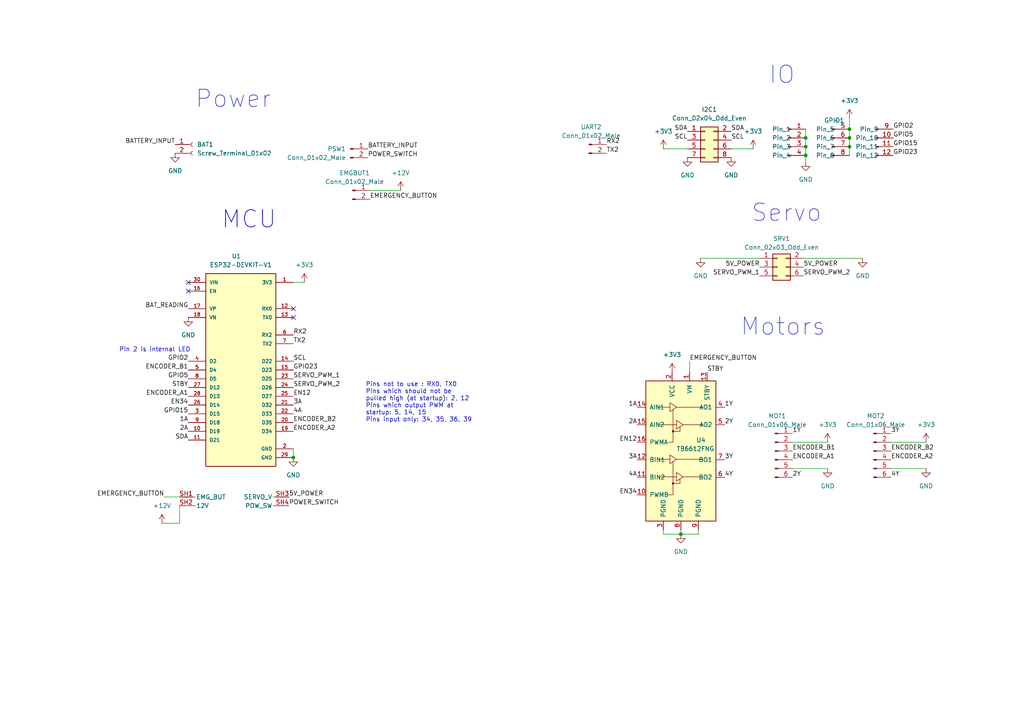
<source format=kicad_sch>
(kicad_sch (version 20230121) (generator eeschema)
  (paper "A4")
  (title_block (comment 1 "First version of stepper PAMI board (2023-10)"))
  (lib_symbols
    (symbol "Connector:Conn_01x02_Female" (pin_names (offset 1.016) hide)
      (property "Reference" "J" (at 0 2.54 0))
      (property "Value" "Conn_01x02_Female" (at 0 -5.08 0))
      (symbol "Conn_01x02_Female_1_1"
        (arc (start 0 -2.032) (mid -0.5058 -2.54) (end 0 -3.048) (stroke (width 0.1524)))
        (polyline (pts (xy -1.27 -2.54) (xy -0.508 -2.54)) (stroke (width 0.1524)))
        (polyline (pts (xy -1.27 0) (xy -0.508 0)) (stroke (width 0.1524)))
        (arc (start 0 0.508) (mid -0.5058 0) (end 0 -0.508) (stroke (width 0.1524)))
        (pin passive line (at -5.08 0 0) (length 3.81) (name "Pin_1") (number "1"))
        (pin passive line (at -5.08 -2.54 0) (length 3.81) (name "Pin_2") (number "2"))
      )
    )
    (symbol "Connector:Conn_01x02_Male" (pin_names (offset 1.016) hide)
      (property "Reference" "J" (at 0 2.54 0))
      (property "Value" "Conn_01x02_Male" (at 0 -5.08 0))
      (symbol "Conn_01x02_Male_1_1"
        (polyline (pts (xy 1.27 -2.54) (xy 0.8636 -2.54)) (stroke (width 0.1524)))
        (polyline (pts (xy 1.27 0) (xy 0.8636 0)) (stroke (width 0.1524)))
        (rectangle (start 0.8636 -2.413) (end 0 -2.667) (stroke (width 0.1524)) (fill (type outline)))
        (rectangle (start 0.8636 0.127) (end 0 -0.127) (stroke (width 0.1524)) (fill (type outline)))
        (pin passive line (at 5.08 0 180) (length 3.81) (name "Pin_1") (number "1"))
        (pin passive line (at 5.08 -2.54 180) (length 3.81) (name "Pin_2") (number "2"))
      )
    )
    (symbol "Connector:Conn_01x06_Male" (pin_names (offset 1.016) hide)
      (property "Reference" "J" (at 0 7.62 0))
      (property "Value" "Conn_01x06_Male" (at 0 -10.16 0))
      (symbol "Conn_01x06_Male_1_1"
        (polyline (pts (xy 1.27 -7.62) (xy 0.8636 -7.62)) (stroke (width 0.1524)))
        (polyline (pts (xy 1.27 -5.08) (xy 0.8636 -5.08)) (stroke (width 0.1524)))
        (polyline (pts (xy 1.27 -2.54) (xy 0.8636 -2.54)) (stroke (width 0.1524)))
        (polyline (pts (xy 1.27 0) (xy 0.8636 0)) (stroke (width 0.1524)))
        (polyline (pts (xy 1.27 2.54) (xy 0.8636 2.54)) (stroke (width 0.1524)))
        (polyline (pts (xy 1.27 5.08) (xy 0.8636 5.08)) (stroke (width 0.1524)))
        (rectangle (start 0.8636 -7.493) (end 0 -7.747) (stroke (width 0.1524)) (fill (type outline)))
        (rectangle (start 0.8636 -4.953) (end 0 -5.207) (stroke (width 0.1524)) (fill (type outline)))
        (rectangle (start 0.8636 -2.413) (end 0 -2.667) (stroke (width 0.1524)) (fill (type outline)))
        (rectangle (start 0.8636 0.127) (end 0 -0.127) (stroke (width 0.1524)) (fill (type outline)))
        (rectangle (start 0.8636 2.667) (end 0 2.413) (stroke (width 0.1524)) (fill (type outline)))
        (rectangle (start 0.8636 5.207) (end 0 4.953) (stroke (width 0.1524)) (fill (type outline)))
        (pin passive line (at 5.08 5.08 180) (length 3.81) (name "Pin_1") (number "1"))
        (pin passive line (at 5.08 2.54 180) (length 3.81) (name "Pin_2") (number "2"))
        (pin passive line (at 5.08 0 180) (length 3.81) (name "Pin_3") (number "3"))
        (pin passive line (at 5.08 -2.54 180) (length 3.81) (name "Pin_4") (number "4"))
        (pin passive line (at 5.08 -5.08 180) (length 3.81) (name "Pin_5") (number "5"))
        (pin passive line (at 5.08 -7.62 180) (length 3.81) (name "Pin_6") (number "6"))
      )
    )
    (symbol "Connector_Generic:Conn_02x03_Odd_Even" (pin_names (offset 1.016) hide)
      (property "Reference" "J" (at 1.27 5.08 0))
      (property "Value" "Conn_02x03_Odd_Even" (at 1.27 -5.08 0))
      (symbol "Conn_02x03_Odd_Even_1_1"
        (rectangle (start -1.27 -2.413) (end 0 -2.667) (stroke (width 0.1524)))
        (rectangle (start -1.27 0.127) (end 0 -0.127) (stroke (width 0.1524)))
        (rectangle (start -1.27 2.667) (end 0 2.413) (stroke (width 0.1524)))
        (rectangle (start -1.27 3.81) (end 3.81 -3.81) (stroke (width 0.254)) (fill (type background)))
        (rectangle (start 3.81 -2.413) (end 2.54 -2.667) (stroke (width 0.1524)))
        (rectangle (start 3.81 0.127) (end 2.54 -0.127) (stroke (width 0.1524)))
        (rectangle (start 3.81 2.667) (end 2.54 2.413) (stroke (width 0.1524)))
        (pin passive line (at -5.08 2.54 0) (length 3.81) (name "Pin_1") (number "1"))
        (pin passive line (at 7.62 2.54 180) (length 3.81) (name "Pin_2") (number "2"))
        (pin passive line (at -5.08 0 0) (length 3.81) (name "Pin_3") (number "3"))
        (pin passive line (at 7.62 0 180) (length 3.81) (name "Pin_4") (number "4"))
        (pin passive line (at -5.08 -2.54 0) (length 3.81) (name "Pin_5") (number "5"))
        (pin passive line (at 7.62 -2.54 180) (length 3.81) (name "Pin_6") (number "6"))
      )
    )
    (symbol "Connector_Generic:Conn_02x04_Odd_Even" (pin_names (offset 1.016) hide)
      (property "Reference" "J" (at 1.27 5.08 0))
      (property "Value" "Conn_02x04_Odd_Even" (at 1.27 -7.62 0))
      (symbol "Conn_02x04_Odd_Even_1_1"
        (rectangle (start -1.27 -4.953) (end 0 -5.207) (stroke (width 0.1524)))
        (rectangle (start -1.27 -2.413) (end 0 -2.667) (stroke (width 0.1524)))
        (rectangle (start -1.27 0.127) (end 0 -0.127) (stroke (width 0.1524)))
        (rectangle (start -1.27 2.667) (end 0 2.413) (stroke (width 0.1524)))
        (rectangle (start -1.27 3.81) (end 3.81 -6.35) (stroke (width 0.254)) (fill (type background)))
        (rectangle (start 3.81 -4.953) (end 2.54 -5.207) (stroke (width 0.1524)))
        (rectangle (start 3.81 -2.413) (end 2.54 -2.667) (stroke (width 0.1524)))
        (rectangle (start 3.81 0.127) (end 2.54 -0.127) (stroke (width 0.1524)))
        (rectangle (start 3.81 2.667) (end 2.54 2.413) (stroke (width 0.1524)))
        (pin passive line (at -5.08 2.54 0) (length 3.81) (name "Pin_1") (number "1"))
        (pin passive line (at 7.62 2.54 180) (length 3.81) (name "Pin_2") (number "2"))
        (pin passive line (at -5.08 0 0) (length 3.81) (name "Pin_3") (number "3"))
        (pin passive line (at 7.62 0 180) (length 3.81) (name "Pin_4") (number "4"))
        (pin passive line (at -5.08 -2.54 0) (length 3.81) (name "Pin_5") (number "5"))
        (pin passive line (at 7.62 -2.54 180) (length 3.81) (name "Pin_6") (number "6"))
        (pin passive line (at -5.08 -5.08 0) (length 3.81) (name "Pin_7") (number "7"))
        (pin passive line (at 7.62 -5.08 180) (length 3.81) (name "Pin_8") (number "8"))
      )
    )
    (symbol "MiAM_ESP32:Conn_03x04_Male"
      (property "Reference" "J" (at 0 0 0))
      (symbol "Conn_03x04_Male_1_1"
        (rectangle (start -13.1064 -10.033) (end -13.97 -10.287) (stroke (width 0.1524)) (fill (type outline)))
        (rectangle (start -13.1064 -7.493) (end -13.97 -7.747) (stroke (width 0.1524)) (fill (type outline)))
        (rectangle (start -13.1064 -4.953) (end -13.97 -5.207) (stroke (width 0.1524)) (fill (type outline)))
        (rectangle (start -13.1064 -2.413) (end -13.97 -2.667) (stroke (width 0.1524)) (fill (type outline)))
        (rectangle (start -0.4064 -10.033) (end -1.27 -10.287) (stroke (width 0.1524)) (fill (type outline)))
        (rectangle (start -0.4064 -7.493) (end -1.27 -7.747) (stroke (width 0.1524)) (fill (type outline)))
        (rectangle (start -0.4064 -4.953) (end -1.27 -5.207) (stroke (width 0.1524)) (fill (type outline)))
        (rectangle (start -0.4064 -2.413) (end -1.27 -2.667) (stroke (width 0.1524)) (fill (type outline)))
        (polyline (pts (xy -12.7 -10.16) (xy -13.1064 -10.16)) (stroke (width 0.1524)))
        (polyline (pts (xy -12.7 -7.62) (xy -13.1064 -7.62)) (stroke (width 0.1524)))
        (polyline (pts (xy -12.7 -5.08) (xy -13.1064 -5.08)) (stroke (width 0.1524)))
        (polyline (pts (xy -12.7 -2.54) (xy -13.1064 -2.54)) (stroke (width 0.1524)))
        (polyline (pts (xy 0 -10.16) (xy -0.4064 -10.16)) (stroke (width 0.1524)))
        (polyline (pts (xy 0 -7.62) (xy -0.4064 -7.62)) (stroke (width 0.1524)))
        (polyline (pts (xy 0 -5.08) (xy -0.4064 -5.08)) (stroke (width 0.1524)))
        (polyline (pts (xy 0 -2.54) (xy -0.4064 -2.54)) (stroke (width 0.1524)))
        (polyline (pts (xy 12.7 -10.16) (xy 12.2936 -10.16)) (stroke (width 0.1524)))
        (polyline (pts (xy 12.7 -7.62) (xy 12.2936 -7.62)) (stroke (width 0.1524)))
        (polyline (pts (xy 12.7 -5.08) (xy 12.2936 -5.08)) (stroke (width 0.1524)))
        (polyline (pts (xy 12.7 -2.54) (xy 12.2936 -2.54)) (stroke (width 0.1524)))
        (rectangle (start 12.2936 -10.033) (end 11.43 -10.287) (stroke (width 0.1524)) (fill (type outline)))
        (rectangle (start 12.2936 -7.493) (end 11.43 -7.747) (stroke (width 0.1524)) (fill (type outline)))
        (rectangle (start 12.2936 -4.953) (end 11.43 -5.207) (stroke (width 0.1524)) (fill (type outline)))
        (rectangle (start 12.2936 -2.413) (end 11.43 -2.667) (stroke (width 0.1524)) (fill (type outline)))
        (pin passive line (at -8.89 -2.54 180) (length 3.81) (name "Pin_1") (number "1"))
        (pin passive line (at 16.51 -5.08 180) (length 3.81) (name "Pin_10") (number "10"))
        (pin passive line (at 16.51 -7.62 180) (length 3.81) (name "Pin_11") (number "11"))
        (pin passive line (at 16.51 -10.16 180) (length 3.81) (name "Pin_12") (number "12"))
        (pin passive line (at -8.89 -5.08 180) (length 3.81) (name "Pin_2") (number "2"))
        (pin passive line (at -8.89 -7.62 180) (length 3.81) (name "Pin_3") (number "3"))
        (pin passive line (at -8.89 -10.16 180) (length 3.81) (name "Pin_4") (number "4"))
        (pin passive line (at 3.81 -2.54 180) (length 3.81) (name "Pin_5") (number "5"))
        (pin passive line (at 3.81 -5.08 180) (length 3.81) (name "Pin_6") (number "6"))
        (pin passive line (at 3.81 -7.62 180) (length 3.81) (name "Pin_7") (number "7"))
        (pin passive line (at 3.81 -10.16 180) (length 3.81) (name "Pin_8") (number "8"))
        (pin passive line (at 16.51 -2.54 180) (length 3.81) (name "Pin_9") (number "9"))
      )
    )
    (symbol "MiAM_ESP32:ESP32-DEVKIT-V1-ShieldPattern" (pin_names (offset 1.016))
      (property "Reference" "U" (at -10.16 30.48 0))
      (property "Value" "ESP32-DEVKIT-V1" (at -10.16 -30.48 0))
      (symbol "ESP32-DEVKIT-V1-ShieldPattern_0_0"
        (rectangle (start -10.16 -27.94) (end 10.16 27.94) (stroke (width 0.254)) (fill (type background)))
        (pin output line (at 15.24 25.4 180) (length 5.08) (name "3V3") (number "1"))
        (pin bidirectional line (at -15.24 -17.78 0) (length 5.08) (name "D19") (number "10"))
        (pin bidirectional line (at -15.24 -20.32 0) (length 5.08) (name "D21") (number "11"))
        (pin input line (at 15.24 17.78 180) (length 5.08) (name "RX0") (number "12"))
        (pin output line (at 15.24 15.24 180) (length 5.08) (name "TX0") (number "13"))
        (pin bidirectional line (at 15.24 2.54 180) (length 5.08) (name "D22") (number "14"))
        (pin bidirectional line (at 15.24 0 180) (length 5.08) (name "D23") (number "15"))
        (pin input line (at -15.24 22.86 0) (length 5.08) (name "EN") (number "16"))
        (pin bidirectional line (at -15.24 17.78 0) (length 5.08) (name "VP") (number "17"))
        (pin bidirectional line (at -15.24 15.24 0) (length 5.08) (name "VN") (number "18"))
        (pin bidirectional line (at 15.24 -17.78 180) (length 5.08) (name "D34") (number "19"))
        (pin power_in line (at 15.24 -22.86 180) (length 5.08) (name "GND") (number "2"))
        (pin bidirectional line (at 15.24 -15.24 180) (length 5.08) (name "D35") (number "20"))
        (pin bidirectional line (at 15.24 -10.16 180) (length 5.08) (name "D32") (number "21"))
        (pin bidirectional line (at 15.24 -12.7 180) (length 5.08) (name "D33") (number "22"))
        (pin bidirectional line (at 15.24 -2.54 180) (length 5.08) (name "D25") (number "23"))
        (pin bidirectional line (at 15.24 -5.08 180) (length 5.08) (name "D26") (number "24"))
        (pin bidirectional line (at 15.24 -7.62 180) (length 5.08) (name "D27") (number "25"))
        (pin bidirectional line (at -15.24 -10.16 0) (length 5.08) (name "D14") (number "26"))
        (pin bidirectional line (at -15.24 -5.08 0) (length 5.08) (name "D12") (number "27"))
        (pin bidirectional line (at -15.24 -7.62 0) (length 5.08) (name "D13") (number "28"))
        (pin power_in line (at 15.24 -25.4 180) (length 5.08) (name "GND") (number "29"))
        (pin bidirectional line (at -15.24 -12.7 0) (length 5.08) (name "D15") (number "3"))
        (pin input line (at -15.24 25.4 0) (length 5.08) (name "VIN") (number "30"))
        (pin bidirectional line (at -15.24 2.54 0) (length 5.08) (name "D2") (number "4"))
        (pin bidirectional line (at -15.24 0 0) (length 5.08) (name "D4") (number "5"))
        (pin input line (at 15.24 10.16 180) (length 5.08) (name "RX2") (number "6"))
        (pin output line (at 15.24 7.62 180) (length 5.08) (name "TX2") (number "7"))
        (pin bidirectional line (at -15.24 -2.54 0) (length 5.08) (name "D5") (number "8"))
        (pin bidirectional line (at -15.24 -15.24 0) (length 5.08) (name "D18") (number "9"))
      )
      (symbol "ESP32-DEVKIT-V1-ShieldPattern_1_1"
        (polyline (pts (xy -13.97 -39.37) (xy -13.208 -39.37)) (stroke (width 0.1524)))
        (polyline (pts (xy -13.97 -36.83) (xy -13.208 -36.83)) (stroke (width 0.1524)))
        (polyline (pts (xy 10.16 -39.37) (xy 9.398 -39.37)) (stroke (width 0.1524)))
        (polyline (pts (xy 10.16 -36.83) (xy 9.398 -36.83)) (stroke (width 0.1524)))
        (pin passive line (at -17.78 -36.83 0) (length 3.81) (name "EMG_BUT") (number "SH1"))
        (pin passive line (at -17.78 -39.37 0) (length 3.81) (name "12V") (number "SH2"))
        (pin passive line (at 13.97 -36.83 180) (length 3.81) (name "SERVO_V") (number "SH3"))
        (pin passive line (at 13.97 -39.37 180) (length 3.81) (name "POW_SW") (number "SH4"))
      )
    )
    (symbol "MiAM_ESP32:TB6612FNG" (pin_names (offset 1.016))
      (property "Reference" "U" (at -5.08 26.035 0))
      (property "Value" "TB6612FNG" (at -5.08 24.13 0))
      (symbol "TB6612FNG_0_1"
        (rectangle (start -10.16 22.86) (end 10.16 -17.78) (stroke (width 0.254)) (fill (type background)))
        (circle (center -2.286 -6.858) (radius 0.254) (fill (type outline)))
        (circle (center -2.286 8.255) (radius 0.254) (fill (type outline)))
        (polyline (pts (xy -6.35 -4.953) (xy -1.27 -4.953)))
        (polyline (pts (xy -6.35 0.127) (xy -3.175 0.127)))
        (polyline (pts (xy -6.35 10.16) (xy -1.27 10.16)))
        (polyline (pts (xy -6.35 15.24) (xy -3.175 15.24)))
        (polyline (pts (xy -1.27 0.127) (xy 6.35 0.127)))
        (polyline (pts (xy -1.27 15.24) (xy 6.35 15.24)))
        (polyline (pts (xy 0.635 -4.953) (xy 6.35 -4.953)))
        (polyline (pts (xy 0.635 10.16) (xy 6.35 10.16)))
        (polyline (pts (xy -2.286 -6.858) (xy -0.254 -6.858) (xy -0.254 -5.588)))
        (polyline (pts (xy -2.286 -0.635) (xy -2.286 -10.16) (xy -3.556 -10.16)))
        (polyline (pts (xy -2.286 8.255) (xy -0.254 8.255) (xy -0.254 9.525)))
        (polyline (pts (xy -2.286 14.478) (xy -2.286 5.08) (xy -3.556 5.08)))
        (polyline (pts (xy -3.175 1.397) (xy -3.175 -1.143) (xy -1.27 0.127) (xy -3.175 1.397)))
        (polyline (pts (xy -3.175 16.51) (xy -3.175 13.97) (xy -1.27 15.24) (xy -3.175 16.51)))
        (polyline (pts (xy -1.27 -3.683) (xy -1.27 -6.223) (xy 0.635 -4.953) (xy -1.27 -3.683)))
        (polyline (pts (xy -1.27 11.43) (xy -1.27 8.89) (xy 0.635 10.16) (xy -1.27 11.43)))
      )
      (symbol "TB6612FNG_1_1"
        (pin power_in line (at 2.54 25.4 270) (length 2.54) (name "VM") (number "1"))
        (pin input line (at -12.7 -10.16 0) (length 2.54) (name "PWMB") (number "10"))
        (pin input line (at -12.7 -5.08 0) (length 2.54) (name "BIN2") (number "11"))
        (pin input line (at -12.7 0 0) (length 2.54) (name "BIN1") (number "12"))
        (pin input line (at 7.62 25.4 270) (length 2.54) (name "STBY") (number "13"))
        (pin input line (at -12.7 15.24 0) (length 2.54) (name "AIN1") (number "14"))
        (pin input line (at -12.7 10.16 0) (length 2.54) (name "AIN2") (number "15"))
        (pin input line (at -12.7 5.08 0) (length 2.54) (name "PWMA") (number "16"))
        (pin power_in line (at -2.54 25.4 270) (length 2.54) (name "VCC") (number "2"))
        (pin power_in line (at -5.08 -20.32 90) (length 2.54) (name "PGND") (number "3"))
        (pin output line (at 12.7 15.24 180) (length 2.54) (name "AO1") (number "4"))
        (pin output line (at 12.7 10.16 180) (length 2.54) (name "AO2") (number "5"))
        (pin output line (at 12.7 -5.08 180) (length 2.54) (name "BO2") (number "6"))
        (pin output line (at 12.7 0 180) (length 2.54) (name "BO1") (number "7"))
        (pin power_in line (at 0 -20.32 90) (length 2.54) (name "PGND") (number "8"))
        (pin power_in line (at 5.08 -20.32 90) (length 2.54) (name "PGND") (number "9"))
      )
    )
    (symbol "power:+12V" (power) (pin_names (offset 0))
      (property "Value" "+12V" (at 0 3.556 0))
      (symbol "+12V_0_1"
        (polyline (pts (xy -0.762 1.27) (xy 0 2.54)))
        (polyline (pts (xy 0 0) (xy 0 2.54)))
        (polyline (pts (xy 0 2.54) (xy 0.762 1.27)))
      )
      (symbol "+12V_1_1"
        (pin power_in line (at 0 0 90) (length 0) hide (name "+12V") (number "1"))
      )
    )
    (symbol "power:+3V3" (power) (pin_names (offset 0))
      (property "Value" "+3V3" (at 0 3.556 0))
      (symbol "+3V3_0_1"
        (polyline (pts (xy -0.762 1.27) (xy 0 2.54)))
        (polyline (pts (xy 0 0) (xy 0 2.54)))
        (polyline (pts (xy 0 2.54) (xy 0.762 1.27)))
      )
      (symbol "+3V3_1_1"
        (pin power_in line (at 0 0 90) (length 0) hide (name "+3V3") (number "1"))
      )
    )
    (symbol "power:GND" (power) (pin_names (offset 0))
      (property "Value" "GND" (at 0 -3.81 0))
      (symbol "GND_0_1"
        (polyline (pts (xy 0 0) (xy 0 -1.27) (xy 1.27 -1.27) (xy 0 -2.54) (xy -1.27 -1.27) (xy 0 -1.27)))
      )
      (symbol "GND_1_1"
        (pin power_in line (at 0 0 270) (length 0) hide (name "GND") (number "1"))
      )
    )
  )
  (junction (at 246.38 40.005))
  (junction (at 233.68 40.005))
  (junction (at 233.68 45.085))
  (junction (at 246.38 42.545))
  (junction (at 246.38 37.465))
  (junction (at 85.09 132.715))
  (junction (at 233.68 42.545))
  (junction (at 197.485 154.94))
  (no_connect (at 85.09 92.075))
  (no_connect (at 54.61 84.455))
  (no_connect (at 85.09 89.535))
  (no_connect (at 54.61 81.915))
  (wire (pts (xy 197.485 153.67) (xy 197.485 154.94)))
  (wire (pts (xy 52.07 146.685) (xy 52.07 151.765)))
  (wire (pts (xy 246.38 40.005) (xy 246.38 42.545)))
  (wire (pts (xy 47.625 144.145) (xy 52.07 144.145)))
  (wire (pts (xy 212.09 43.18) (xy 218.44 43.18)))
  (wire (pts (xy 192.405 43.18) (xy 199.39 43.18)))
  (wire (pts (xy 246.38 37.465) (xy 246.38 40.005)))
  (wire (pts (xy 258.445 128.27) (xy 268.605 128.27)))
  (wire (pts (xy 229.87 135.89) (xy 240.03 135.89)))
  (wire (pts (xy 52.07 151.765) (xy 46.99 151.765)))
  (wire (pts (xy 202.565 154.94) (xy 202.565 153.67)))
  (wire (pts (xy 203.2 74.93) (xy 220.345 74.93)))
  (wire (pts (xy 233.68 40.005) (xy 233.68 42.545)))
  (wire (pts (xy 229.87 128.27) (xy 240.03 128.27)))
  (wire (pts (xy 197.485 154.94) (xy 202.565 154.94)))
  (wire (pts (xy 233.68 45.085) (xy 233.68 46.99)))
  (wire (pts (xy 200.025 104.775) (xy 200.025 107.95)))
  (wire (pts (xy 85.09 81.915) (xy 88.265 81.915)))
  (wire (pts (xy 85.09 130.175) (xy 85.09 132.715)))
  (wire (pts (xy 233.68 37.465) (xy 233.68 40.005)))
  (wire (pts (xy 107.315 55.245) (xy 116.205 55.245)))
  (wire (pts (xy 246.38 42.545) (xy 246.38 45.085)))
  (wire (pts (xy 233.045 74.93) (xy 250.19 74.93)))
  (wire (pts (xy 233.68 42.545) (xy 233.68 45.085)))
  (wire (pts (xy 192.405 154.94) (xy 192.405 153.67)))
  (wire (pts (xy 192.405 154.94) (xy 197.485 154.94)))
  (wire (pts (xy 246.38 34.29) (xy 246.38 37.465)))
  (wire (pts (xy 258.445 135.89) (xy 268.605 135.89)))
  (text "Pin 2 is internal LED" (at 55.245 102.235 0) (effects (font (size 1.27 1.27)) (justify right bottom)))
  (text "Power" (at 56.515 31.75 0) (effects (font (size 5 5)) (justify left bottom)))
  (text "MCU" (at 64.135 66.675 0) (effects (font (size 5 5)) (justify left bottom)))
  (text "IO" (at 222.885 24.765 0) (effects (font (size 5 5)) (justify left bottom)))
  (text "Servo" (at 217.805 64.77 0) (effects (font (size 5 5)) (justify left bottom)))
  (text "TB6612FNG pulls STBY low\nSo no issue with ESP32 boot seq" (at 146.685 214.63 0) (effects (font (size 1.27 1.27)) (justify right bottom)))
  (text "MCU" (at 64.135 66.675 0) (effects (font (size 5 5)) (justify left bottom)))
  (text "Motors" (at 214.63 97.79 0) (effects (font (size 5 5)) (justify left bottom)))
  (text "Pins not to use : RX0, TX0\nPins which should not be \npulled high (at startup): 2, 12\nPins which output PWM at\nstartup: 5, 14, 15\nPins input only: 34, 35, 36, 39" (at 106.045 122.555 0) (effects (font (size 1.27 1.27)) (justify left bottom)))
  (label "TX2" (at 175.895 44.45 0))
  (label "GPIO5" (at 259.08 40.005 0))
  (label "BATTERY_INPUT" (at 50.8 41.91 180))
  (label "5V_POWER" (at 83.82 144.145 0))
  (label "POWER_SWITCH" (at 83.82 146.685 0))
  (label "4A" (at 85.09 120.015 0))
  (label "ENCODER_A1" (at 54.61 114.935 180))
  (label "SDA" (at 199.39 38.1 180))
  (label "2A" (at 184.785 123.19 180))
  (label "2Y" (at 229.87 138.43 0))
  (label "STBY" (at 205.105 107.95 0))
  (label "SERVO_PWM_1" (at 85.09 109.855 0))
  (label "GPIO15" (at 259.08 42.545 0))
  (label "3A" (at 184.785 133.35 180))
  (label "1A" (at 184.785 118.11 180))
  (label "EN34" (at 184.785 143.51 180))
  (label "EMERGENCY_BUTTON" (at 200.025 104.775 0))
  (label "EN12" (at 184.785 128.27 180))
  (label "SERVO_PWM_1" (at 220.345 80.01 180))
  (label "SERVO_PWM_2" (at 233.045 80.01 0))
  (label "ENCODER_A1" (at 229.87 133.35 0))
  (label "TX2" (at 85.09 99.695 0))
  (label "POWER_SWITCH" (at 106.68 45.72 0))
  (label "GPIO2" (at 54.61 104.775 180))
  (label "RX2" (at 175.895 41.91 0))
  (label "GPIO2" (at 259.08 37.465 0))
  (label "SERVO_PWM_2" (at 85.09 112.395 0))
  (label "1A" (at 54.61 122.555 180))
  (label "2A" (at 54.61 125.095 180))
  (label "5V_POWER" (at 220.345 77.47 180))
  (label "1Y" (at 229.87 125.73 0))
  (label "GPIO23" (at 259.08 45.085 0))
  (label "SDA" (at 212.09 38.1 0))
  (label "EMERGENCY_BUTTON" (at 107.315 57.785 0))
  (label "SCL" (at 85.09 104.775 0))
  (label "ENCODER_A2" (at 85.09 125.095 0))
  (label "1Y" (at 210.185 118.11 0))
  (label "3Y" (at 258.445 125.73 0))
  (label "4Y" (at 210.185 138.43 0))
  (label "3A" (at 85.09 117.475 0))
  (label "SDA" (at 54.61 127.635 180))
  (label "4A" (at 184.785 138.43 180))
  (label "SCL" (at 212.09 40.64 0))
  (label "ENCODER_B1" (at 229.87 130.81 0))
  (label "GPIO15" (at 54.61 120.015 180))
  (label "ENCODER_B2" (at 85.09 122.555 0))
  (label "4Y" (at 258.445 138.43 0))
  (label "EMERGENCY_BUTTON" (at 47.625 144.145 180))
  (label "STBY" (at 54.61 112.395 180))
  (label "ENCODER_B2" (at 258.445 130.81 0))
  (label "EN34" (at 54.61 117.475 180))
  (label "ENCODER_B1" (at 54.61 107.315 180))
  (label "BAT_READING" (at 54.61 89.535 180))
  (label "SCL" (at 199.39 40.64 180))
  (label "RX2" (at 85.09 97.155 0))
  (label "GPIO23" (at 85.09 107.315 0))
  (label "3Y" (at 210.185 133.35 0))
  (label "GPIO5" (at 54.61 109.855 180))
  (label "5V_POWER" (at 233.045 77.47 0))
  (label "BATTERY_INPUT" (at 106.68 43.18 0))
  (label "2Y" (at 210.185 123.19 0))
  (label "ENCODER_A2" (at 258.445 133.35 0))
  (label "EN12" (at 85.09 114.935 0))
  (symbol (lib_id "power:+3V3") (at 88.265 81.915 0) (unit 1)
    (property "Reference" "#PWR06" (effects hide))
    (property "Value" "+3V3" (at 88.265 76.835 0))
  )
  (symbol (lib_id "power:+3V3") (at 192.405 43.18 0) (unit 1)
    (property "Reference" "#PWR03" (effects hide))
    (property "Value" "+3V3" (at 192.405 38.1 0))
  )
  (symbol (lib_id "power:+3V3") (at 246.38 34.29 0) (unit 1)
    (property "Reference" "#PWR017" (effects hide))
    (property "Value" "+3V3" (at 246.38 29.21 0))
  )
  (symbol (lib_id "power:GND") (at 85.09 132.715 0) (unit 1)
    (property "Reference" "#PWR05" (effects hide))
    (property "Value" "GND" (at 85.09 137.795 0))
  )
  (symbol (lib_id "power:+3V3") (at 194.945 107.95 0) (unit 1)
    (property "Reference" "#PWR09" (effects hide))
    (property "Value" "+3V3" (at 194.945 102.87 0))
  )
  (symbol (lib_id "power:GND") (at 203.2 74.93 0) (unit 1)
    (property "Reference" "#PWR019" (effects hide))
    (property "Value" "GND" (at 203.2 80.01 0))
  )
  (symbol (lib_id "power:GND") (at 212.09 45.72 0) (unit 1)
    (property "Reference" "#PWR022" (effects hide))
    (property "Value" "GND" (at 212.09 50.8 0))
  )
  (symbol (lib_id "Connector:Conn_01x02_Male") (at 102.235 55.245 0) (unit 1)
    (property "Reference" "EMGBUT1" (at 102.87 50.165 0))
    (property "Value" "Conn_01x02_Male" (at 102.87 52.705 0))
    (property "Footprint" "Connector_PinHeader_2.54mm:PinHeader_1x02_P2.54mm_Vertical" (effects hide))
  )
  (symbol (lib_id "power:+12V") (at 46.99 151.765 0) (unit 1)
    (property "Reference" "#PWR01" (effects hide))
    (property "Value" "+12V" (at 46.99 146.685 0))
  )
  (symbol (lib_id "power:GND") (at 54.61 92.075 0) (unit 1)
    (property "Reference" "#PWR04" (effects hide))
    (property "Value" "GND" (at 54.61 97.155 0))
  )
  (symbol (lib_id "Connector:Conn_01x06_Male") (at 253.365 130.81 0) (unit 1)
    (property "Reference" "MOT2" (at 254 120.65 0))
    (property "Value" "Conn_01x06_Male" (at 254 123.19 0))
    (property "Footprint" "Connector_PinHeader_2.54mm:PinHeader_1x06_P2.54mm_Vertical" (effects hide))
  )
  (symbol (lib_id "Connector_Generic:Conn_02x03_Odd_Even") (at 225.425 77.47 0) (unit 1)
    (property "Reference" "SRV1" (at 226.695 69.215 0))
    (property "Value" "Conn_02x03_Odd_Even" (at 226.695 71.755 0))
    (property "Footprint" "Connector_PinHeader_2.54mm:PinHeader_2x03_P2.54mm_Vertical" (effects hide))
  )
  (symbol (lib_id "power:+3V3") (at 218.44 43.18 0) (unit 1)
    (property "Reference" "#PWR02" (effects hide))
    (property "Value" "+3V3" (at 218.44 38.1 0))
  )
  (symbol (lib_id "power:+12V") (at 116.205 55.245 0) (unit 1)
    (property "Reference" "#PWR018" (effects hide))
    (property "Value" "+12V" (at 116.205 50.165 0))
  )
  (symbol (lib_id "MiAM_ESP32:Conn_03x04_Male") (at 242.57 34.925 0) (unit 1)
    (property "Reference" "GPIO1" (at 241.935 34.925 0))
    (property "Value" "~" (at 242.57 34.925 0))
    (property "Footprint" "MiAM_ESP32_Footprints:PinHeader_3x4_P2.54mm_Vertical" (effects hide))
  )
  (symbol (lib_id "power:+3V3") (at 268.605 128.27 0) (unit 1)
    (property "Reference" "#PWR013" (effects hide))
    (property "Value" "+3V3" (at 268.605 123.19 0))
  )
  (symbol (lib_id "power:GND") (at 240.03 135.89 0) (unit 1)
    (property "Reference" "#PWR012" (effects hide))
    (property "Value" "GND" (at 240.03 140.97 0))
  )
  (symbol (lib_id "power:GND") (at 199.39 45.72 0) (unit 1)
    (property "Reference" "#PWR021" (effects hide))
    (property "Value" "GND" (at 199.39 50.8 0))
  )
  (symbol (lib_id "Connector:Conn_01x02_Female") (at 55.88 41.91 0) (unit 1)
    (property "Reference" "BAT1" (at 57.15 41.91 0) (effects (justify left)))
    (property "Value" "Screw_Terminal_01x02" (at 57.15 44.45 0) (effects (justify left)))
    (property "Footprint" "Connector_JST:JST_PH_B2B-PH-K_1x02_P2.00mm_Vertical" (effects hide))
  )
  (symbol (lib_id "Connector:Conn_01x02_Male") (at 170.815 41.91 0) (unit 1)
    (property "Reference" "UART2" (at 171.45 36.83 0))
    (property "Value" "Conn_01x02_Male" (at 171.45 39.37 0))
    (property "Footprint" "Connector_PinHeader_2.54mm:PinHeader_1x02_P2.54mm_Vertical" (effects hide))
  )
  (symbol (lib_id "Connector:Conn_01x06_Male") (at 224.79 130.81 0) (unit 1)
    (property "Reference" "MOT1" (at 225.425 120.65 0))
    (property "Value" "Conn_01x06_Male" (at 225.425 123.19 0))
    (property "Footprint" "Connector_PinHeader_2.54mm:PinHeader_1x06_P2.54mm_Vertical" (effects hide))
  )
  (symbol (lib_id "power:+3V3") (at 240.03 128.27 0) (unit 1)
    (property "Reference" "#PWR011" (effects hide))
    (property "Value" "+3V3" (at 240.03 123.19 0))
  )
  (symbol (lib_id "MiAM_ESP32:ESP32-DEVKIT-V1-ShieldPattern") (at 69.85 107.315 0) (unit 1)
    (property "Reference" "U1" (at 68.58 74.295 0))
    (property "Value" "ESP32-DEVKIT-V1" (at 69.85 76.835 0))
    (property "Footprint" "MiAM_ESP32_Footprints:ESP32_ShieldPattern" (effects hide))
    (property "PARTREV" "N/A" (effects hide))
    (property "STANDARD" "Manufacturer Recommendations" (effects hide))
    (property "MAXIMUM_PACKAGE_HEIGHT" "6.8 mm" (effects hide))
    (property "MANUFACTURER" "DOIT" (effects hide))
  )
  (symbol (lib_id "Connector_Generic:Conn_02x04_Odd_Even") (at 204.47 40.64 0) (unit 1)
    (property "Reference" "I2C1" (at 205.74 31.75 0))
    (property "Value" "Conn_02x04_Odd_Even" (at 205.74 34.29 0))
    (property "Footprint" "Connector_PinHeader_2.54mm:PinHeader_2x04_P2.54mm_Vertical" (effects hide))
  )
  (symbol (lib_id "Connector:Conn_01x02_Male") (at 101.6 43.18 0) (unit 1)
    (property "Reference" "PSW1" (at 100.33 43.1799 0) (effects (justify right)))
    (property "Value" "Conn_01x02_Male" (at 100.33 45.7199 0) (effects (justify right)))
    (property "Footprint" "Connector_PinHeader_2.54mm:PinHeader_1x02_P2.54mm_Vertical" (effects hide))
  )
  (symbol (lib_id "power:GND") (at 233.68 46.99 0) (unit 1)
    (property "Reference" "#PWR016" (effects hide))
    (property "Value" "GND" (at 233.68 52.07 0))
  )
  (symbol (lib_id "power:GND") (at 197.485 154.94 0) (unit 1)
    (property "Reference" "#PWR010" (effects hide))
    (property "Value" "GND" (at 197.485 160.02 0))
  )
  (symbol (lib_id "power:GND") (at 250.19 74.93 0) (unit 1)
    (property "Reference" "#PWR020" (effects hide))
    (property "Value" "GND" (at 250.19 80.01 0))
  )
  (symbol (lib_id "MiAM_ESP32:TB6612FNG") (at 197.485 133.35 0) (unit 1)
    (property "Reference" "U4" (at 201.93 127.635 0) (effects (justify left)))
    (property "Value" "TB6612FNG" (at 196.215 130.175 0) (effects (justify left)))
    (property "Footprint" "MiAM_ESP32_Footprints:TB6612FNG" (effects hide))
  )
  (symbol (lib_id "power:GND") (at 268.605 135.89 0) (unit 1)
    (property "Reference" "#PWR014" (effects hide))
    (property "Value" "GND" (at 268.605 140.97 0))
  )
  (symbol (lib_id "power:GND") (at 50.8 44.45 0) (unit 1)
    (property "Reference" "#PWR015" (effects hide))
    (property "Value" "GND" (at 50.8 49.53 0))
  )
)
</source>
